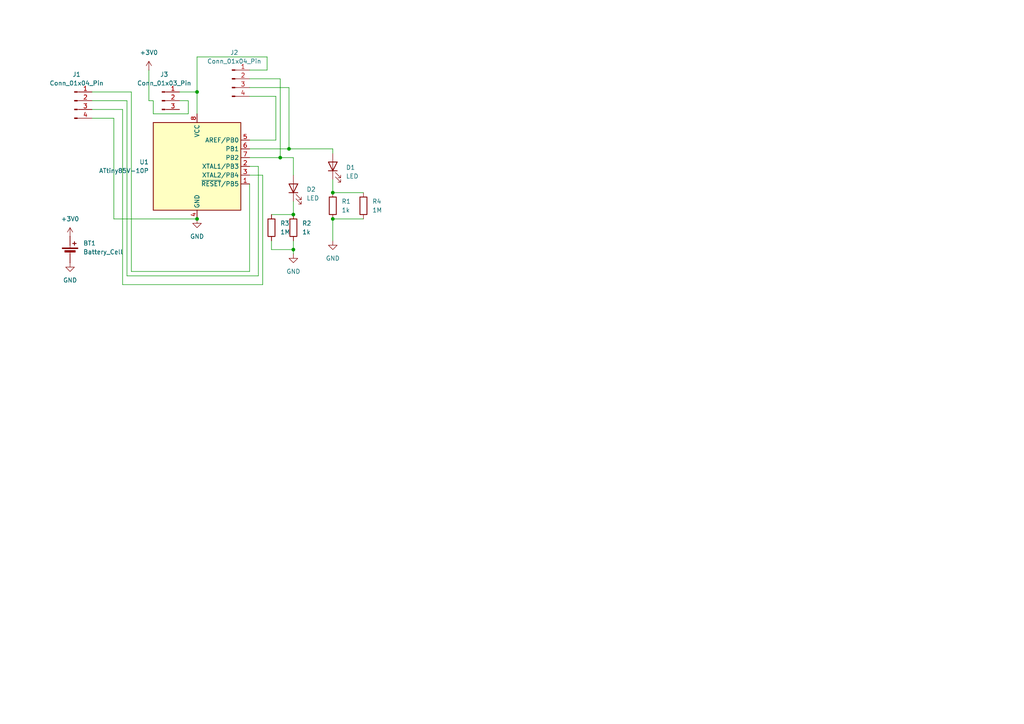
<source format=kicad_sch>
(kicad_sch (version 20231120) (generator "eeschema") (generator_version "8.0")
  (paper "A4")
  (lib_symbols
    (symbol "Connector:Conn_01x03_Pin" (pin_names (offset 1.016) hide)
      (property "Reference" "J" (at 0 5.08 0))
      (property "Value" "Conn_01x03_Pin" (at 0 -5.08 0))
      (symbol "Conn_01x03_Pin_1_1"
        (polyline (pts (xy 1.27 -2.54) (xy 0.8636 -2.54)) (stroke (width 0.1524)))
        (polyline (pts (xy 1.27 0) (xy 0.8636 0)) (stroke (width 0.1524)))
        (polyline (pts (xy 1.27 2.54) (xy 0.8636 2.54)) (stroke (width 0.1524)))
        (rectangle (start 0.8636 -2.413) (end 0 -2.667) (stroke (width 0.1524)) (fill (type outline)))
        (rectangle (start 0.8636 0.127) (end 0 -0.127) (stroke (width 0.1524)) (fill (type outline)))
        (rectangle (start 0.8636 2.667) (end 0 2.413) (stroke (width 0.1524)) (fill (type outline)))
        (pin passive line (at 5.08 2.54 180) (length 3.81) (name "Pin_1") (number "1"))
        (pin passive line (at 5.08 0 180) (length 3.81) (name "Pin_2") (number "2"))
        (pin passive line (at 5.08 -2.54 180) (length 3.81) (name "Pin_3") (number "3"))
      )
    )
    (symbol "Connector:Conn_01x04_Pin" (pin_names (offset 1.016) hide)
      (property "Reference" "J" (at 0 5.08 0))
      (property "Value" "Conn_01x04_Pin" (at 0 -7.62 0))
      (symbol "Conn_01x04_Pin_1_1"
        (polyline (pts (xy 1.27 -5.08) (xy 0.8636 -5.08)) (stroke (width 0.1524)))
        (polyline (pts (xy 1.27 -2.54) (xy 0.8636 -2.54)) (stroke (width 0.1524)))
        (polyline (pts (xy 1.27 0) (xy 0.8636 0)) (stroke (width 0.1524)))
        (polyline (pts (xy 1.27 2.54) (xy 0.8636 2.54)) (stroke (width 0.1524)))
        (rectangle (start 0.8636 -4.953) (end 0 -5.207) (stroke (width 0.1524)) (fill (type outline)))
        (rectangle (start 0.8636 -2.413) (end 0 -2.667) (stroke (width 0.1524)) (fill (type outline)))
        (rectangle (start 0.8636 0.127) (end 0 -0.127) (stroke (width 0.1524)) (fill (type outline)))
        (rectangle (start 0.8636 2.667) (end 0 2.413) (stroke (width 0.1524)) (fill (type outline)))
        (pin passive line (at 5.08 2.54 180) (length 3.81) (name "Pin_1") (number "1"))
        (pin passive line (at 5.08 0 180) (length 3.81) (name "Pin_2") (number "2"))
        (pin passive line (at 5.08 -2.54 180) (length 3.81) (name "Pin_3") (number "3"))
        (pin passive line (at 5.08 -5.08 180) (length 3.81) (name "Pin_4") (number "4"))
      )
    )
    (symbol "Device:Battery_Cell" (pin_numbers hide) (pin_names (offset 0) hide)
      (property "Reference" "BT" (at 2.54 2.54 0))
      (property "Value" "Battery_Cell" (at 2.54 0 0))
      (symbol "Battery_Cell_0_1"
        (rectangle (start -2.286 1.778) (end 2.286 1.524) (fill (type outline)))
        (rectangle (start -1.524 1.016) (end 1.524 0.508) (fill (type outline)))
        (polyline (pts (xy 0 0.762) (xy 0 0)))
        (polyline (pts (xy 0 1.778) (xy 0 2.54)))
        (polyline (pts (xy 0.762 3.048) (xy 1.778 3.048)) (stroke (width 0.254)))
        (polyline (pts (xy 1.27 3.556) (xy 1.27 2.54)) (stroke (width 0.254)))
      )
      (symbol "Battery_Cell_1_1"
        (pin passive line (at 0 5.08 270) (length 2.54) (name "+") (number "1"))
        (pin passive line (at 0 -2.54 90) (length 2.54) (name "-") (number "2"))
      )
    )
    (symbol "Device:LED" (pin_numbers hide) (pin_names (offset 1.016) hide)
      (property "Reference" "D" (at 0 2.54 0))
      (property "Value" "LED" (at 0 -2.54 0))
      (symbol "LED_0_1"
        (polyline (pts (xy -1.27 -1.27) (xy -1.27 1.27)) (stroke (width 0.254)))
        (polyline (pts (xy -1.27 0) (xy 1.27 0)))
        (polyline (pts (xy 1.27 -1.27) (xy 1.27 1.27) (xy -1.27 0) (xy 1.27 -1.27)) (stroke (width 0.254)))
        (polyline (pts (xy -3.048 -0.762) (xy -4.572 -2.286) (xy -3.81 -2.286) (xy -4.572 -2.286) (xy -4.572 -1.524)))
        (polyline (pts (xy -1.778 -0.762) (xy -3.302 -2.286) (xy -2.54 -2.286) (xy -3.302 -2.286) (xy -3.302 -1.524)))
      )
      (symbol "LED_1_1"
        (pin passive line (at -3.81 0 0) (length 2.54) (name "K") (number "1"))
        (pin passive line (at 3.81 0 180) (length 2.54) (name "A") (number "2"))
      )
    )
    (symbol "Device:R" (pin_numbers hide) (pin_names (offset 0))
      (property "Reference" "R" (at 2.032 0 90))
      (property "Value" "R" (at 0 0 90))
      (symbol "R_0_1"
        (rectangle (start -1.016 -2.54) (end 1.016 2.54) (stroke (width 0.254)))
      )
      (symbol "R_1_1"
        (pin passive line (at 0 3.81 270) (length 1.27) (name "~") (number "1"))
        (pin passive line (at 0 -3.81 90) (length 1.27) (name "~") (number "2"))
      )
    )
    (symbol "MCU_Microchip_ATtiny:ATtiny85V-10P"
      (property "Reference" "U" (at -12.7 13.97 0))
      (property "Value" "ATtiny85V-10P" (at 2.54 -13.97 0))
      (symbol "ATtiny85V-10P_0_1"
        (rectangle (start -12.7 -12.7) (end 12.7 12.7) (stroke (width 0.254)) (fill (type background)))
      )
      (symbol "ATtiny85V-10P_1_1"
        (pin bidirectional line (at 15.24 -5.08 180) (length 2.54) (name "~{RESET}/PB5") (number "1"))
        (pin bidirectional line (at 15.24 0 180) (length 2.54) (name "XTAL1/PB3") (number "2"))
        (pin bidirectional line (at 15.24 -2.54 180) (length 2.54) (name "XTAL2/PB4") (number "3"))
        (pin power_in line (at 0 -15.24 90) (length 2.54) (name "GND") (number "4"))
        (pin bidirectional line (at 15.24 7.62 180) (length 2.54) (name "AREF/PB0") (number "5"))
        (pin bidirectional line (at 15.24 5.08 180) (length 2.54) (name "PB1") (number "6"))
        (pin bidirectional line (at 15.24 2.54 180) (length 2.54) (name "PB2") (number "7"))
        (pin power_in line (at 0 15.24 270) (length 2.54) (name "VCC") (number "8"))
      )
    )
    (symbol "power:+3V0" (power) (pin_numbers hide) (pin_names (offset 0) hide)
      (property "Value" "+3V0" (at 0 3.556 0))
      (symbol "+3V0_0_1"
        (polyline (pts (xy -0.762 1.27) (xy 0 2.54)))
        (polyline (pts (xy 0 0) (xy 0 2.54)))
        (polyline (pts (xy 0 2.54) (xy 0.762 1.27)))
      )
      (symbol "+3V0_1_1"
        (pin power_in line (at 0 0 90) (length 0) (name "~") (number "1"))
      )
    )
    (symbol "power:GND" (power) (pin_numbers hide) (pin_names (offset 0) hide)
      (property "Value" "GND" (at 0 -3.81 0))
      (symbol "GND_0_1"
        (polyline (pts (xy 0 0) (xy 0 -1.27) (xy 1.27 -1.27) (xy 0 -2.54) (xy -1.27 -1.27) (xy 0 -1.27)))
      )
      (symbol "GND_1_1"
        (pin power_in line (at 0 0 270) (length 0) (name "~") (number "1"))
      )
    )
  )
  (junction (at 85.09 72.39))
  (junction (at 83.82 43.18))
  (junction (at 57.15 63.5))
  (junction (at 81.28 45.72))
  (junction (at 57.15 26.67))
  (junction (at 85.09 62.23))
  (junction (at 96.52 63.5))
  (junction (at 96.52 55.88))
  (wire (pts (xy 43.18 20.32) (xy 43.18 29.21)))
  (wire (pts (xy 74.93 48.26) (xy 72.39 48.26)))
  (wire (pts (xy 96.52 43.18) (xy 96.52 44.45)))
  (wire (pts (xy 81.28 22.86) (xy 81.28 45.72)))
  (wire (pts (xy 35.56 31.75) (xy 26.67 31.75)))
  (wire (pts (xy 33.02 34.29) (xy 33.02 63.5)))
  (wire (pts (xy 38.1 26.67) (xy 38.1 78.74)))
  (wire (pts (xy 72.39 25.4) (xy 83.82 25.4)))
  (wire (pts (xy 85.09 45.72) (xy 85.09 50.8)))
  (wire (pts (xy 36.83 80.01) (xy 74.93 80.01)))
  (wire (pts (xy 83.82 43.18) (xy 96.52 43.18)))
  (wire (pts (xy 81.28 45.72) (xy 85.09 45.72)))
  (wire (pts (xy 26.67 34.29) (xy 33.02 34.29)))
  (wire (pts (xy 72.39 50.8) (xy 76.2 50.8)))
  (wire (pts (xy 83.82 25.4) (xy 83.82 43.18)))
  (wire (pts (xy 26.67 26.67) (xy 38.1 26.67)))
  (wire (pts (xy 74.93 80.01) (xy 74.93 48.26)))
  (wire (pts (xy 85.09 72.39) (xy 85.09 73.66)))
  (wire (pts (xy 57.15 26.67) (xy 57.15 33.02)))
  (wire (pts (xy 38.1 78.74) (xy 72.39 78.74)))
  (wire (pts (xy 54.61 29.21) (xy 52.07 29.21)))
  (wire (pts (xy 72.39 27.94) (xy 80.01 27.94)))
  (wire (pts (xy 52.07 26.67) (xy 57.15 26.67)))
  (wire (pts (xy 44.45 29.21) (xy 44.45 33.02)))
  (wire (pts (xy 72.39 20.32) (xy 77.47 20.32)))
  (wire (pts (xy 77.47 16.51) (xy 57.15 16.51)))
  (wire (pts (xy 72.39 78.74) (xy 72.39 53.34)))
  (wire (pts (xy 96.52 55.88) (xy 105.41 55.88)))
  (wire (pts (xy 85.09 58.42) (xy 85.09 62.23)))
  (wire (pts (xy 43.18 29.21) (xy 44.45 29.21)))
  (wire (pts (xy 72.39 40.64) (xy 80.01 40.64)))
  (wire (pts (xy 72.39 43.18) (xy 83.82 43.18)))
  (wire (pts (xy 76.2 82.55) (xy 35.56 82.55)))
  (wire (pts (xy 96.52 52.07) (xy 96.52 55.88)))
  (wire (pts (xy 96.52 63.5) (xy 105.41 63.5)))
  (wire (pts (xy 72.39 22.86) (xy 81.28 22.86)))
  (wire (pts (xy 85.09 69.85) (xy 85.09 72.39)))
  (wire (pts (xy 36.83 29.21) (xy 36.83 80.01)))
  (wire (pts (xy 54.61 33.02) (xy 54.61 29.21)))
  (wire (pts (xy 78.74 62.23) (xy 85.09 62.23)))
  (wire (pts (xy 78.74 72.39) (xy 85.09 72.39)))
  (wire (pts (xy 35.56 82.55) (xy 35.56 31.75)))
  (wire (pts (xy 80.01 40.64) (xy 80.01 27.94)))
  (wire (pts (xy 57.15 16.51) (xy 57.15 26.67)))
  (wire (pts (xy 72.39 45.72) (xy 81.28 45.72)))
  (wire (pts (xy 44.45 33.02) (xy 54.61 33.02)))
  (wire (pts (xy 26.67 29.21) (xy 36.83 29.21)))
  (wire (pts (xy 77.47 20.32) (xy 77.47 16.51)))
  (wire (pts (xy 76.2 50.8) (xy 76.2 82.55)))
  (wire (pts (xy 78.74 69.85) (xy 78.74 72.39)))
  (wire (pts (xy 33.02 63.5) (xy 57.15 63.5)))
  (wire (pts (xy 96.52 63.5) (xy 96.52 69.85)))
  (symbol (lib_id "Device:R") (at 78.74 66.04 0) (unit 1)
    (property "Reference" "R3" (at 81.28 64.7699 0) (effects (justify left)))
    (property "Value" "1M" (at 81.28 67.3099 0) (effects (justify left)))
    (property "Footprint" "Resistor_THT:R_Axial_DIN0309_L9.0mm_D3.2mm_P12.70mm_Horizontal" (effects (hide yes)))
    (property "Description" "Resistor" (effects (hide yes)))
    (property "Sim.Device" "R" (effects (hide yes)))
    (property "Sim.Type" "=" (effects (hide yes)))
    (property "Sim.Params" "r=R" (effects (hide yes)))
    (property "Sim.Pins" "1=+ 2=-" (effects (hide yes)))
  )
  (symbol (lib_id "Device:R") (at 85.09 66.04 0) (unit 1)
    (property "Reference" "R2" (at 87.63 64.7699 0) (effects (justify left)))
    (property "Value" "1k" (at 87.63 67.3099 0) (effects (justify left)))
    (property "Footprint" "Resistor_SMD:R_0603_1608Metric_Pad0.98x0.95mm_HandSolder" (effects (hide yes)))
    (property "Description" "Resistor" (effects (hide yes)))
    (property "Sim.Device" "R" (effects (hide yes)))
    (property "Sim.Type" "=" (effects (hide yes)))
    (property "Sim.Params" "r=R" (effects (hide yes)))
    (property "Sim.Pins" "1=+ 2=-" (effects (hide yes)))
  )
  (symbol (lib_id "Connector:Conn_01x04_Pin") (at 67.31 22.86 0) (unit 1)
    (property "Reference" "J2" (at 67.945 15.24 0))
    (property "Value" "Conn_01x04_Pin" (at 67.945 17.78 0))
    (property "Footprint" "Connector_PinHeader_2.54mm:PinHeader_1x04_P2.54mm_Vertical" (effects (hide yes)))
    (property "Description" "Generic connector, single row, 01x04, script generated" (effects (hide yes)))
  )
  (symbol (lib_id "Device:LED") (at 96.52 48.26 90) (unit 1)
    (property "Reference" "D1" (at 100.33 48.5774 90) (effects (justify right)))
    (property "Value" "LED" (at 100.33 51.1174 90) (effects (justify right)))
    (property "Footprint" "LED_THT:LED_D3.0mm" (effects (hide yes)))
    (property "Description" "Light emitting diode" (effects (hide yes)))
  )
  (symbol (lib_id "Device:Battery_Cell") (at 20.32 73.66 0) (unit 1)
    (property "Reference" "BT1" (at 24.13 70.5484 0) (effects (justify left)))
    (property "Value" "Battery_Cell" (at 24.13 73.0884 0) (effects (justify left)))
    (property "Footprint" "Battery:BatteryHolder_Keystone_3034_1x20mm" (effects (hide yes)))
    (property "Description" "Single-cell battery" (effects (hide yes)))
  )
  (symbol (lib_id "Device:LED") (at 85.09 54.61 90) (unit 1)
    (property "Reference" "D2" (at 88.9 54.9274 90) (effects (justify right)))
    (property "Value" "LED" (at 88.9 57.4674 90) (effects (justify right)))
    (property "Footprint" "LED_THT:LED_D3.0mm" (effects (hide yes)))
    (property "Description" "Light emitting diode" (effects (hide yes)))
  )
  (symbol (lib_id "power:GND") (at 85.09 73.66 0) (unit 1)
    (property "Reference" "#PWR01" (effects (hide yes)))
    (property "Value" "GND" (at 85.09 78.74 0))
    (property "Description" "Power symbol creates a global label with name \"GND\" , ground" (effects (hide yes)))
  )
  (symbol (lib_id "power:+3V0") (at 20.32 68.58 0) (unit 1)
    (property "Reference" "#PWR04" (effects (hide yes)))
    (property "Value" "+3V0" (at 20.32 63.5 0))
    (property "Description" "Power symbol creates a global label with name \"+3V0\"" (effects (hide yes)))
  )
  (symbol (lib_id "Connector:Conn_01x03_Pin") (at 46.99 29.21 0) (unit 1)
    (property "Reference" "J3" (at 47.625 21.59 0))
    (property "Value" "Conn_01x03_Pin" (at 47.625 24.13 0))
    (property "Footprint" "Connector_PinHeader_2.54mm:PinHeader_1x03_P2.54mm_Vertical" (effects (hide yes)))
    (property "Description" "Generic connector, single row, 01x03, script generated" (effects (hide yes)))
  )
  (symbol (lib_id "Device:R") (at 105.41 59.69 0) (unit 1)
    (property "Reference" "R4" (at 107.95 58.4199 0) (effects (justify left)))
    (property "Value" "1M" (at 107.95 60.9599 0) (effects (justify left)))
    (property "Footprint" "Resistor_THT:R_Axial_DIN0309_L9.0mm_D3.2mm_P12.70mm_Horizontal" (effects (hide yes)))
    (property "Description" "Resistor" (effects (hide yes)))
    (property "Sim.Device" "R" (effects (hide yes)))
    (property "Sim.Type" "=" (effects (hide yes)))
    (property "Sim.Params" "r=R" (effects (hide yes)))
    (property "Sim.Pins" "1=+ 2=-" (effects (hide yes)))
  )
  (symbol (lib_id "Connector:Conn_01x04_Pin") (at 21.59 29.21 0) (unit 1)
    (property "Reference" "J1" (at 22.225 21.59 0))
    (property "Value" "Conn_01x04_Pin" (at 22.225 24.13 0))
    (property "Footprint" "Connector_PinHeader_2.54mm:PinHeader_1x04_P2.54mm_Vertical" (effects (hide yes)))
    (property "Description" "Generic connector, single row, 01x04, script generated" (effects (hide yes)))
  )
  (symbol (lib_id "power:GND") (at 57.15 63.5 0) (unit 1)
    (property "Reference" "#PWR06" (effects (hide yes)))
    (property "Value" "GND" (at 57.15 68.58 0))
    (property "Description" "Power symbol creates a global label with name \"GND\" , ground" (effects (hide yes)))
  )
  (symbol (lib_id "power:+3V0") (at 43.18 20.32 0) (unit 1)
    (property "Reference" "#PWR05" (effects (hide yes)))
    (property "Value" "+3V0" (at 43.18 15.24 0))
    (property "Description" "Power symbol creates a global label with name \"+3V0\"" (effects (hide yes)))
  )
  (symbol (lib_id "MCU_Microchip_ATtiny:ATtiny85V-10P") (at 57.15 48.26 0) (unit 1)
    (property "Reference" "U1" (at 43.18 46.9899 0) (effects (justify right)))
    (property "Value" "ATtiny85V-10P" (at 43.18 49.5299 0) (effects (justify right)))
    (property "Footprint" "Package_DIP:DIP-8_W7.62mm" (effects (hide yes)))
    (property "Datasheet" "http://ww1.microchip.com/downloads/en/DeviceDoc/atmel-2586-avr-8-bit-microcontroller-attiny25-attiny45-attiny85_datasheet.pdf" (effects (hide yes)))
    (property "Description" "10MHz, 8kB Flash, 512B SRAM, 512B EEPROM, debugWIRE, DIP-8" (effects (hide yes)))
  )
  (symbol (lib_id "Device:R") (at 96.52 59.69 0) (unit 1)
    (property "Reference" "R1" (at 99.06 58.4199 0) (effects (justify left)))
    (property "Value" "1k" (at 99.06 60.9599 0) (effects (justify left)))
    (property "Footprint" "Resistor_SMD:R_0603_1608Metric_Pad0.98x0.95mm_HandSolder" (effects (hide yes)))
    (property "Description" "Resistor" (effects (hide yes)))
  )
  (symbol (lib_id "power:GND") (at 20.32 76.2 0) (unit 1)
    (property "Reference" "#PWR03" (effects (hide yes)))
    (property "Value" "GND" (at 20.32 81.28 0))
    (property "Description" "Power symbol creates a global label with name \"GND\" , ground" (effects (hide yes)))
  )
  (symbol (lib_id "power:GND") (at 96.52 69.85 0) (unit 1)
    (property "Reference" "#PWR02" (effects (hide yes)))
    (property "Value" "GND" (at 96.52 74.93 0))
    (property "Description" "Power symbol creates a global label with name \"GND\" , ground" (effects (hide yes)))
  )
)
</source>
